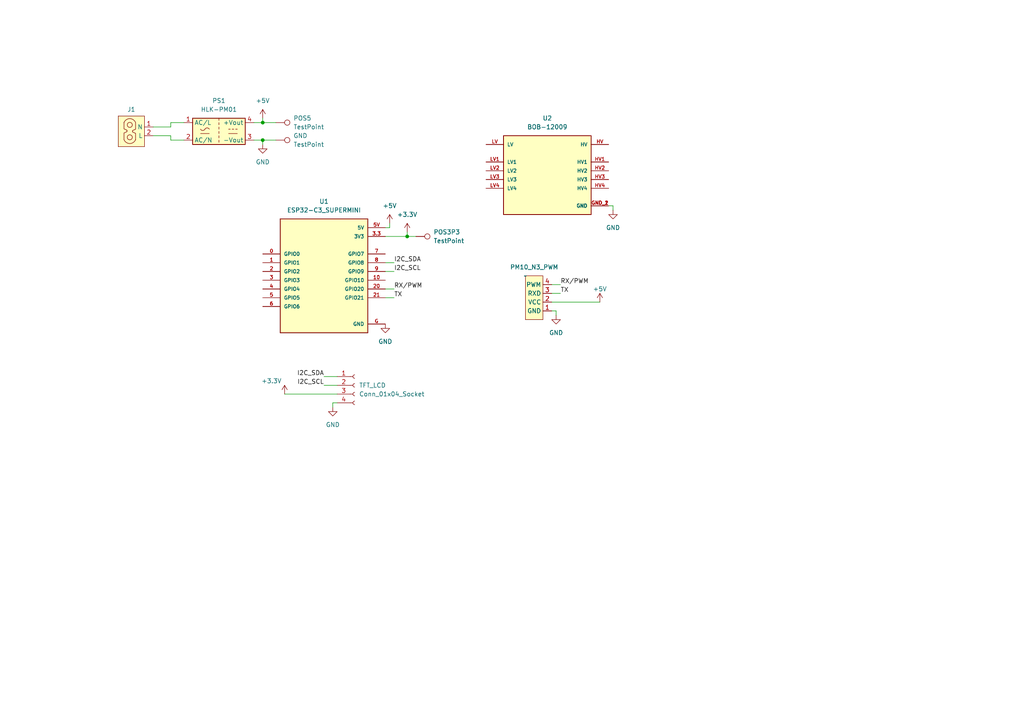
<source format=kicad_sch>
(kicad_sch (version 20230121) (generator eeschema)
  (paper "A4")
  (lib_symbols
    (symbol "BOB-12009:BOB-12009" (pin_names (offset 1.016))
      (property "Reference" "U" (at -12.7 11.43 0))
      (property "Value" "BOB-12009" (at -12.7 -15.24 0))
      (symbol "BOB-12009_0_0"
        (rectangle (start -12.7 -12.7) (end 12.7 10.16) (stroke (width 0.254)) (fill (type background)))
        (pin power_in line (at 17.78 -10.16 180) (length 5.08) (name "GND") (number "GND_1"))
        (pin power_in line (at 17.78 -10.16 180) (length 5.08) (name "GND") (number "GND_2"))
        (pin bidirectional line (at 17.78 7.62 180) (length 5.08) (name "HV") (number "HV"))
        (pin bidirectional line (at 17.78 2.54 180) (length 5.08) (name "HV1") (number "HV1"))
        (pin bidirectional line (at 17.78 0 180) (length 5.08) (name "HV2") (number "HV2"))
        (pin bidirectional line (at 17.78 -2.54 180) (length 5.08) (name "HV3") (number "HV3"))
        (pin bidirectional line (at 17.78 -5.08 180) (length 5.08) (name "HV4") (number "HV4"))
        (pin bidirectional line (at -17.78 7.62 0) (length 5.08) (name "LV") (number "LV"))
        (pin bidirectional line (at -17.78 2.54 0) (length 5.08) (name "LV1") (number "LV1"))
        (pin bidirectional line (at -17.78 0 0) (length 5.08) (name "LV2") (number "LV2"))
        (pin bidirectional line (at -17.78 -2.54 0) (length 5.08) (name "LV3") (number "LV3"))
        (pin bidirectional line (at -17.78 -5.08 0) (length 5.08) (name "LV4") (number "LV4"))
      )
    )
    (symbol "C8_inlet:c8-inlet"
      (property "Reference" "J" (at -0.8128 6.604 0))
      (symbol "c8-inlet_0_1"
        (arc (start -2.1336 -1.1271) (mid -0.4572 -2.2625) (end 1.2192 -1.1271))
        (circle (center -0.4572 -0.4572) (radius 0.7273))
        (circle (center -0.4572 3.1496) (radius 0.7273))
        (polyline (pts (xy -2.1336 -1.0668) (xy -2.1336 0.8128) (xy -1.27 1.1684) (xy -1.27 1.4224)))
        (polyline (pts (xy -2.1336 3.8608) (xy -2.1336 1.9812) (xy -1.27 1.6256) (xy -1.27 1.3716)))
        (polyline (pts (xy 1.2192 -1.1684) (xy 1.2192 0.7112) (xy 0.3556 1.0668) (xy 0.3556 1.3208)))
        (polyline (pts (xy 1.2192 3.7592) (xy 1.2192 1.8796) (xy 0.3556 1.524) (xy 0.3556 1.27)))
        (arc (start 1.2192 3.8195) (mid -0.4572 4.9549) (end -2.1336 3.8195))
        (rectangle (start 3.81 5.715) (end -3.81 -3.175) (fill (type background)))
      )
      (symbol "c8-inlet_1_1"
        (pin power_in line (at 6.35 2.54 180) (length 2.54) (name "N") (number "1"))
        (pin power_in line (at 6.35 0 180) (length 2.54) (name "L") (number "2"))
      )
    )
    (symbol "Connector:Conn_01x04_Socket" (pin_names (offset 1.016) hide)
      (property "Reference" "J" (at 0 5.08 0))
      (property "Value" "Conn_01x04_Socket" (at 0 -7.62 0))
      (symbol "Conn_01x04_Socket_1_1"
        (arc (start 0 -4.572) (mid -0.5058 -5.08) (end 0 -5.588) (stroke (width 0.1524)))
        (arc (start 0 -2.032) (mid -0.5058 -2.54) (end 0 -3.048) (stroke (width 0.1524)))
        (polyline (pts (xy -1.27 -5.08) (xy -0.508 -5.08)) (stroke (width 0.1524)))
        (polyline (pts (xy -1.27 -2.54) (xy -0.508 -2.54)) (stroke (width 0.1524)))
        (polyline (pts (xy -1.27 0) (xy -0.508 0)) (stroke (width 0.1524)))
        (polyline (pts (xy -1.27 2.54) (xy -0.508 2.54)) (stroke (width 0.1524)))
        (arc (start 0 0.508) (mid -0.5058 0) (end 0 -0.508) (stroke (width 0.1524)))
        (arc (start 0 3.048) (mid -0.5058 2.54) (end 0 2.032) (stroke (width 0.1524)))
        (pin passive line (at -5.08 2.54 0) (length 3.81) (name "Pin_1") (number "1"))
        (pin passive line (at -5.08 0 0) (length 3.81) (name "Pin_2") (number "2"))
        (pin passive line (at -5.08 -2.54 0) (length 3.81) (name "Pin_3") (number "3"))
        (pin passive line (at -5.08 -5.08 0) (length 3.81) (name "Pin_4") (number "4"))
      )
    )
    (symbol "Connector:TestPoint" (pin_numbers hide) (pin_names (offset 0.762) hide)
      (property "Reference" "TP" (at 0 6.858 0))
      (property "Value" "TestPoint" (at 0 5.08 0))
      (symbol "TestPoint_0_1"
        (circle (center 0 3.302) (radius 0.762))
      )
      (symbol "TestPoint_1_1"
        (pin passive line (at 0 0 90) (length 2.54) (name "1") (number "1"))
      )
    )
    (symbol "Converter_ACDC:HLK-PM01"
      (property "Reference" "PS" (at 0 5.08 0))
      (property "Value" "HLK-PM01" (at 0 -5.08 0))
      (symbol "HLK-PM01_0_1"
        (rectangle (start -7.62 3.81) (end 7.62 -3.81) (stroke (width 0.254)) (fill (type background)))
        (arc (start -5.334 0.635) (mid -4.699 0.2495) (end -4.064 0.635))
        (arc (start -2.794 0.635) (mid -3.429 1.0072) (end -4.064 0.635))
        (polyline (pts (xy -5.334 -0.635) (xy -2.794 -0.635)))
        (polyline (pts (xy 0 -2.54) (xy 0 -3.175)))
        (polyline (pts (xy 0 -1.27) (xy 0 -1.905)))
        (polyline (pts (xy 0 0) (xy 0 -0.635)))
        (polyline (pts (xy 0 1.27) (xy 0 0.635)))
        (polyline (pts (xy 0 2.54) (xy 0 1.905)))
        (polyline (pts (xy 0 3.81) (xy 0 3.175)))
        (polyline (pts (xy 2.794 -0.635) (xy 5.334 -0.635)))
        (polyline (pts (xy 2.794 0.635) (xy 3.302 0.635)))
        (polyline (pts (xy 3.81 0.635) (xy 4.318 0.635)))
        (polyline (pts (xy 4.826 0.635) (xy 5.334 0.635)))
      )
      (symbol "HLK-PM01_1_1"
        (pin power_in line (at -10.16 2.54 0) (length 2.54) (name "AC/L") (number "1"))
        (pin power_in line (at -10.16 -2.54 0) (length 2.54) (name "AC/N") (number "2"))
        (pin power_out line (at 10.16 -2.54 180) (length 2.54) (name "-Vout") (number "3"))
        (pin power_out line (at 10.16 2.54 180) (length 2.54) (name "+Vout") (number "4"))
      )
    )
    (symbol "ESP32-C3_SUPERMINI:ESP32-C3_SUPERMINI" (pin_names (offset 1.016))
      (property "Reference" "U" (at -12.7 16.002 0))
      (property "Value" "ESP32-C3_SUPERMINI" (at -12.7 -20.32 0))
      (symbol "ESP32-C3_SUPERMINI_0_0"
        (rectangle (start -12.7 -17.78) (end 12.7 15.24) (stroke (width 0.254)) (fill (type background)))
        (pin bidirectional line (at -17.78 5.08 0) (length 5.08) (name "GPIO0") (number "0"))
        (pin bidirectional line (at -17.78 2.54 0) (length 5.08) (name "GPIO1") (number "1"))
        (pin bidirectional line (at 17.78 -2.54 180) (length 5.08) (name "GPIO10") (number "10"))
        (pin bidirectional line (at -17.78 0 0) (length 5.08) (name "GPIO2") (number "2"))
        (pin bidirectional line (at 17.78 -5.08 180) (length 5.08) (name "GPIO20") (number "20"))
        (pin bidirectional line (at 17.78 -7.62 180) (length 5.08) (name "GPIO21") (number "21"))
        (pin bidirectional line (at -17.78 -2.54 0) (length 5.08) (name "GPIO3") (number "3"))
        (pin power_in line (at 17.78 10.16 180) (length 5.08) (name "3V3") (number "3.3"))
        (pin bidirectional line (at -17.78 -5.08 0) (length 5.08) (name "GPIO4") (number "4"))
        (pin bidirectional line (at -17.78 -7.62 0) (length 5.08) (name "GPIO5") (number "5"))
        (pin power_in line (at 17.78 12.7 180) (length 5.08) (name "5V") (number "5V"))
        (pin bidirectional line (at -17.78 -10.16 0) (length 5.08) (name "GPIO6") (number "6"))
        (pin bidirectional line (at 17.78 5.08 180) (length 5.08) (name "GPIO7") (number "7"))
        (pin bidirectional line (at 17.78 2.54 180) (length 5.08) (name "GPIO8") (number "8"))
        (pin bidirectional line (at 17.78 0 180) (length 5.08) (name "GPIO9") (number "9"))
        (pin power_in line (at 17.78 -15.24 180) (length 5.08) (name "GND") (number "G"))
      )
    )
    (symbol "laser_sensor:LaserParticulateSensor"
      (property "Reference" "U" (at 0 0 0))
      (symbol "LaserParticulateSensor_1_1"
        (rectangle (start 0 0) (end 5.08 -12.7) (fill (type background)))
        (pin input line (at 7.62 -10.16 180) (length 2.54) (name "GND") (number "1"))
        (pin input line (at 7.62 -7.62 180) (length 2.54) (name "VCC") (number "2"))
        (pin input line (at 7.62 -5.08 180) (length 2.54) (name "RXD") (number "3"))
        (pin output line (at 7.62 -2.54 180) (length 2.54) (name "PWM") (number "4"))
      )
    )
    (symbol "power:+3.3V" (power) (pin_names (offset 0))
      (property "Value" "+3.3V" (at 0 3.556 0))
      (symbol "+3.3V_0_1"
        (polyline (pts (xy -0.762 1.27) (xy 0 2.54)))
        (polyline (pts (xy 0 0) (xy 0 2.54)))
        (polyline (pts (xy 0 2.54) (xy 0.762 1.27)))
      )
      (symbol "+3.3V_1_1"
        (pin power_in line (at 0 0 90) (length 0) hide (name "+3.3V") (number "1"))
      )
    )
    (symbol "power:+5V" (power) (pin_names (offset 0))
      (property "Value" "+5V" (at 0 3.556 0))
      (symbol "+5V_0_1"
        (polyline (pts (xy -0.762 1.27) (xy 0 2.54)))
        (polyline (pts (xy 0 0) (xy 0 2.54)))
        (polyline (pts (xy 0 2.54) (xy 0.762 1.27)))
      )
      (symbol "+5V_1_1"
        (pin power_in line (at 0 0 90) (length 0) hide (name "+5V") (number "1"))
      )
    )
    (symbol "power:GND" (power) (pin_names (offset 0))
      (property "Value" "GND" (at 0 -3.81 0))
      (symbol "GND_0_1"
        (polyline (pts (xy 0 0) (xy 0 -1.27) (xy 1.27 -1.27) (xy 0 -2.54) (xy -1.27 -1.27) (xy 0 -1.27)))
      )
      (symbol "GND_1_1"
        (pin power_in line (at 0 0 270) (length 0) hide (name "GND") (number "1"))
      )
    )
  )
  (junction (at 76.2 40.64))
  (junction (at 76.2 35.56))
  (junction (at 118.11 68.58))
  (wire (pts (xy 76.2 34.29) (xy 76.2 35.56)))
  (wire (pts (xy 111.76 78.74) (xy 114.3 78.74)))
  (wire (pts (xy 177.8 60.96) (xy 177.8 59.69)))
  (wire (pts (xy 118.11 67.31) (xy 118.11 68.58)))
  (wire (pts (xy 111.76 86.36) (xy 114.3 86.36)))
  (wire (pts (xy 161.29 91.44) (xy 161.29 90.17)))
  (wire (pts (xy 97.79 116.84) (xy 96.52 116.84)))
  (wire (pts (xy 73.66 35.56) (xy 76.2 35.56)))
  (wire (pts (xy 118.11 68.58) (xy 120.65 68.58)))
  (wire (pts (xy 160.02 87.63) (xy 173.99 87.63)))
  (wire (pts (xy 76.2 35.56) (xy 80.01 35.56)))
  (wire (pts (xy 49.53 36.83) (xy 49.53 35.56)))
  (wire (pts (xy 111.76 68.58) (xy 118.11 68.58)))
  (wire (pts (xy 160.02 82.55) (xy 162.56 82.55)))
  (wire (pts (xy 113.03 66.04) (xy 113.03 64.77)))
  (wire (pts (xy 49.53 39.37) (xy 49.53 40.64)))
  (wire (pts (xy 96.52 116.84) (xy 96.52 118.11)))
  (wire (pts (xy 93.98 111.76) (xy 97.79 111.76)))
  (wire (pts (xy 44.45 39.37) (xy 49.53 39.37)))
  (wire (pts (xy 82.55 114.3) (xy 97.79 114.3)))
  (wire (pts (xy 111.76 66.04) (xy 113.03 66.04)))
  (wire (pts (xy 93.98 109.22) (xy 97.79 109.22)))
  (wire (pts (xy 49.53 35.56) (xy 53.34 35.56)))
  (wire (pts (xy 177.8 59.69) (xy 176.53 59.69)))
  (wire (pts (xy 111.76 76.2) (xy 114.3 76.2)))
  (wire (pts (xy 111.76 83.82) (xy 114.3 83.82)))
  (wire (pts (xy 76.2 40.64) (xy 80.01 40.64)))
  (wire (pts (xy 73.66 40.64) (xy 76.2 40.64)))
  (wire (pts (xy 161.29 90.17) (xy 160.02 90.17)))
  (wire (pts (xy 76.2 40.64) (xy 76.2 41.91)))
  (wire (pts (xy 160.02 85.09) (xy 162.56 85.09)))
  (wire (pts (xy 49.53 40.64) (xy 53.34 40.64)))
  (wire (pts (xy 44.45 36.83) (xy 49.53 36.83)))
  (label "I2C_SCL" (at 114.3 78.74 0))
  (label "TX" (at 162.56 85.09 0))
  (label "RX{slash}PWM" (at 162.56 82.55 0))
  (label "TX" (at 114.3 86.36 0))
  (label "I2C_SDA" (at 93.98 109.22 180))
  (label "I2C_SCL" (at 93.98 111.76 180))
  (label "I2C_SDA" (at 114.3 76.2 0))
  (label "RX{slash}PWM" (at 114.3 83.82 0))
  (symbol (lib_id "power:GND") (at 161.29 91.44 0) (unit 1)
    (property "Reference" "#PWR07" (effects hide))
    (property "Value" "GND" (at 161.29 96.52 0))
  )
  (symbol (lib_id "power:GND") (at 111.76 93.98 0) (unit 1)
    (property "Reference" "#PWR06" (effects hide))
    (property "Value" "GND" (at 111.76 99.06 0))
  )
  (symbol (lib_id "power:+5V") (at 113.03 64.77 0) (unit 1)
    (property "Reference" "#PWR01" (effects hide))
    (property "Value" "+5V" (at 113.03 59.69 0))
  )
  (symbol (lib_id "power:+3.3V") (at 82.55 114.3 0) (unit 1)
    (property "Reference" "#PWR09" (effects hide))
    (property "Value" "+3.3V" (at 78.74 110.49 0))
  )
  (symbol (lib_id "Connector:Conn_01x04_Socket") (at 102.87 111.76 0) (unit 1)
    (property "Reference" "TFT_LCD" (at 104.14 111.76 0) (effects (justify left)))
    (property "Value" "Conn_01x04_Socket" (at 104.14 114.3 0) (effects (justify left)))
  )
  (symbol (lib_id "power:GND") (at 177.8 60.96 0) (unit 1)
    (property "Reference" "#PWR08" (effects hide))
    (property "Value" "GND" (at 177.8 66.04 0))
  )
  (symbol (lib_id "power:GND") (at 76.2 41.91 0) (unit 1)
    (property "Reference" "#PWR02" (effects hide))
    (property "Value" "GND" (at 76.2 46.99 0))
  )
  (symbol (lib_id "power:GND") (at 96.52 118.11 0) (unit 1)
    (property "Reference" "#PWR010" (effects hide))
    (property "Value" "GND" (at 96.52 123.19 0))
  )
  (symbol (lib_id "power:+3.3V") (at 118.11 67.31 0) (unit 1)
    (property "Reference" "#PWR04" (effects hide))
    (property "Value" "+3.3V" (at 118.11 62.23 0))
  )
  (symbol (lib_id "ESP32-C3_SUPERMINI:ESP32-C3_SUPERMINI") (at 93.98 78.74 0) (unit 1)
    (property "Reference" "U1" (at 93.98 58.42 0))
    (property "Value" "ESP32-C3_SUPERMINI" (at 93.98 60.96 0))
    (property "Footprint" "parts:MODULE_ESP32-C3_SUPERMINI" (effects hide))
    (property "MF" "Espressif Systems" (effects hide))
    (property "MAXIMUM_PACKAGE_HEIGHT" "4.2mm" (effects hide))
    (property "Package" "Package" (effects hide))
    (property "Price" "None" (effects hide))
    (property "Check_prices" "https://www.snapeda.com/parts/ESP32-C3%20SuperMini/Espressif+Systems/view-part/?ref=eda" (effects hide))
    (property "STANDARD" "Manufacturer Recommendations" (effects hide))
    (property "SnapEDA_Link" "https://www.snapeda.com/parts/ESP32-C3%20SuperMini/Espressif+Systems/view-part/?ref=snap" (effects hide))
    (property "MP" "ESP32-C3 SuperMini" (effects hide))
    (property "Description" "\nSuper tiny ESP32-C3 board\n" (effects hide))
    (property "Availability" "Not in stock" (effects hide))
    (property "MANUFACTURER" "Espressif" (effects hide))
  )
  (symbol (lib_id "Connector:TestPoint") (at 80.01 35.56 270) (unit 1)
    (property "Reference" "POS5" (at 85.09 34.29 90) (effects (justify left)))
    (property "Value" "TestPoint" (at 85.09 36.83 90) (effects (justify left)))
    (property "Footprint" "TestPoint:TestPoint_Pad_D2.0mm" (effects hide))
  )
  (symbol (lib_id "laser_sensor:LaserParticulateSensor") (at 152.4 80.01 0) (unit 1)
    (property "Reference" "PM10_N3_PWM" (at 154.94 77.47 0))
    (property "Value" "~" (at 152.4 80.01 0))
  )
  (symbol (lib_id "Converter_ACDC:HLK-PM01") (at 63.5 38.1 0) (unit 1)
    (property "Reference" "PS1" (at 63.5 29.21 0))
    (property "Value" "HLK-PM01" (at 63.5 31.75 0))
    (property "Footprint" "Converter_ACDC:Converter_ACDC_HiLink_HLK-PMxx" (effects hide))
    (property "Datasheet" "http://www.hlktech.net/product_detail.php?ProId=54" (effects hide))
  )
  (symbol (lib_id "BOB-12009:BOB-12009") (at 158.75 49.53 0) (unit 1)
    (property "Reference" "U2" (at 158.75 34.29 0))
    (property "Value" "BOB-12009" (at 158.75 36.83 0))
    (property "Footprint" "parts:CONV_BOB-12009" (effects hide))
    (property "MF" "SparkFun" (effects hide))
    (property "MAXIMUM_PACKAGE_HEIGHT" "N/A" (effects hide))
    (property "Package" "None" (effects hide))
    (property "Price" "None" (effects hide))
    (property "Check_prices" "https://www.snapeda.com/parts/BOB-12009/SparkFun+Electronics/view-part/?ref=eda" (effects hide))
    (property "STANDARD" "Manufacturer Recommendations" (effects hide))
    (property "PARTREV" "01" (effects hide))
    (property "SnapEDA_Link" "https://www.snapeda.com/parts/BOB-12009/SparkFun+Electronics/view-part/?ref=snap" (effects hide))
    (property "MP" "BOB-12009" (effects hide))
    (property "Purchase-URL" "https://www.snapeda.com/api/url_track_click_mouser/?unipart_id=551764&manufacturer=SparkFun&part_name=BOB-12009&search_term=None" (effects hide))
    (property "Description" "\nBSS138 Logic-Level Translator Interface Evaluation Board\n" (effects hide))
    (property "Availability" "In Stock" (effects hide))
    (property "MANUFACTURER" "SparkFun Electronics" (effects hide))
  )
  (symbol (lib_id "Connector:TestPoint") (at 80.01 40.64 270) (unit 1)
    (property "Reference" "GND" (at 85.09 39.37 90) (effects (justify left)))
    (property "Value" "TestPoint" (at 85.09 41.91 90) (effects (justify left)))
    (property "Footprint" "TestPoint:TestPoint_Pad_D2.0mm" (effects hide))
  )
  (symbol (lib_id "power:+5V") (at 76.2 34.29 0) (unit 1)
    (property "Reference" "#PWR03" (effects hide))
    (property "Value" "+5V" (at 76.2 29.21 0))
  )
  (symbol (lib_id "Connector:TestPoint") (at 120.65 68.58 270) (unit 1)
    (property "Reference" "POS3P3" (at 125.73 67.31 90) (effects (justify left)))
    (property "Value" "TestPoint" (at 125.73 69.85 90) (effects (justify left)))
  )
  (symbol (lib_id "power:+5V") (at 173.99 87.63 0) (unit 1)
    (property "Reference" "#PWR05" (effects hide))
    (property "Value" "+5V" (at 173.99 83.82 0))
  )
  (symbol (lib_id "C8_inlet:c8-inlet") (at 38.1 39.37 0) (unit 1)
    (property "Reference" "J1" (at 38.1 31.75 0))
    (property "Value" "c8-inlet" (effects hide))
    (property "Footprint" "c8-inlet:c8-inlet" (effects hide))
    (property "Datasheet" "https://www.switchcraft.com/assets/1/24/RAPC322X_CD.PDF?4597" (effects hide))
  )
)
</source>
